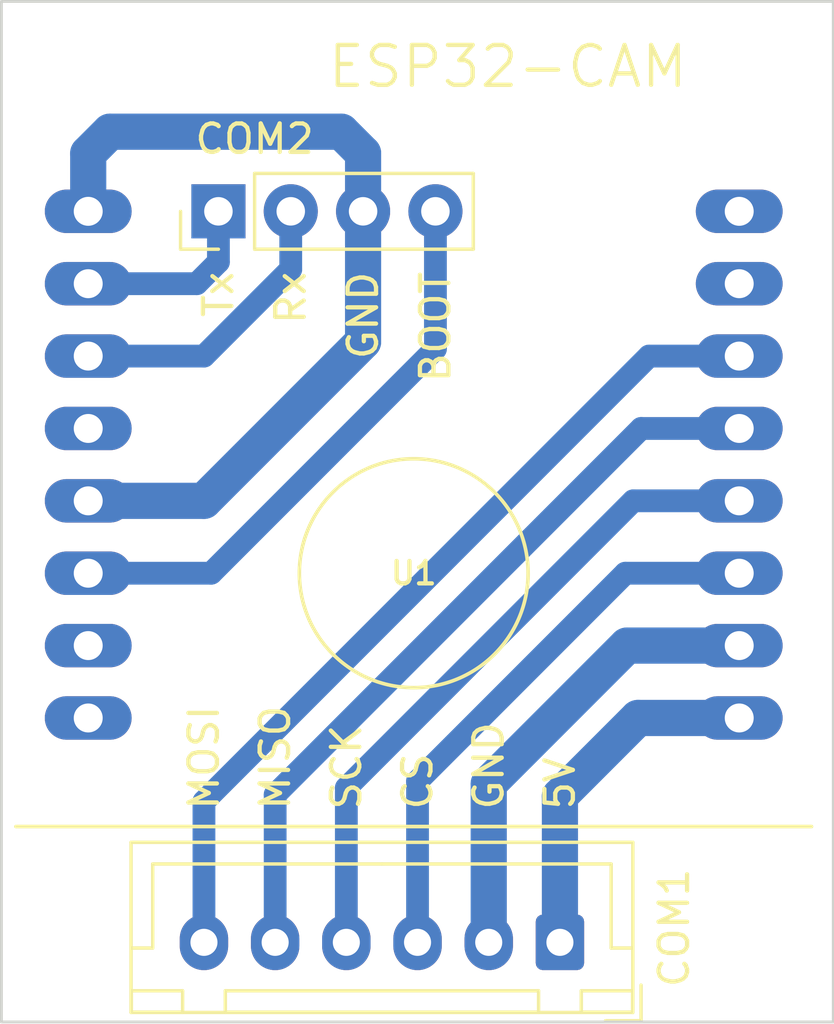
<source format=kicad_pcb>
(kicad_pcb (version 20221018) (generator pcbnew)
  (layers (0 "F.Cu" signal) (31 "B.Cu" signal) (34 "B.Paste" user) (35 "F.Paste" user) (36 "B.SilkS" user "B.Silkscreen") (37 "F.SilkS" user "F.Silkscreen") (38 "B.Mask" user) (39 "F.Mask" user) (44 "Edge.Cuts" user))
  (net 0 "")
  (net 1 "+5V")
  (net 2 "GND")
  (net 3 "CSEL")
  (net 4 "SCLK")
  (net 5 "MISO")
  (net 6 "MOSI")
  (net 7 "RX")
  (net 8 "TX")
  (net 9 "BOOT")
  (footprint "Connector_JST:JST_XH_B6B-XH-A_1x06_P2.50mm_Vertical" (layer "F.Cu") (at 19.612 33.02 180)
    (fp_text reference "COM1" (at -4.01 0.508 90) (layer "F.SilkS"))
    (fp_text value "STM32")
    (fp_line (start -2.85 -2.75) (end -2.85 -1.5) (stroke (width 0.12)) (layer "F.SilkS"))
    (fp_line (start -2.56 -2.46) (end -2.56 3.51) (stroke (width 0.12)) (layer "F.SilkS"))
    (fp_line (start -2.56 3.51) (end 15.06 3.51) (stroke (width 0.12)) (layer "F.SilkS"))
    (fp_line (start -2.55 -2.45) (end -2.55 -1.7) (stroke (width 0.12)) (layer "F.SilkS"))
    (fp_line (start -2.55 -1.7) (end -0.75 -1.7) (stroke (width 0.12)) (layer "F.SilkS"))
    (fp_line (start -2.55 -0.2) (end -1.8 -0.2) (stroke (width 0.12)) (layer "F.SilkS"))
    (fp_line (start -1.8 -0.2) (end -1.8 2.75) (stroke (width 0.12)) (layer "F.SilkS"))
    (fp_line (start -1.8 2.75) (end 6.25 2.75) (stroke (width 0.12)) (layer "F.SilkS"))
    (fp_line (start -1.6 -2.75) (end -2.85 -2.75) (stroke (width 0.12)) (layer "F.SilkS"))
    (fp_line (start -0.75 -2.45) (end -2.55 -2.45) (stroke (width 0.12)) (layer "F.SilkS"))
    (fp_line (start -0.75 -1.7) (end -0.75 -2.45) (stroke (width 0.12)) (layer "F.SilkS"))
    (fp_line (start 0.75 -2.45) (end 0.75 -1.7) (stroke (width 0.12)) (layer "F.SilkS"))
    (fp_line (start 0.75 -1.7) (end 11.75 -1.7) (stroke (width 0.12)) (layer "F.SilkS"))
    (fp_line (start 11.75 -2.45) (end 0.75 -2.45) (stroke (width 0.12)) (layer "F.SilkS"))
    (fp_line (start 11.75 -1.7) (end 11.75 -2.45) (stroke (width 0.12)) (layer "F.SilkS"))
    (fp_line (start 13.25 -2.45) (end 13.25 -1.7) (stroke (width 0.12)) (layer "F.SilkS"))
    (fp_line (start 13.25 -1.7) (end 15.05 -1.7) (stroke (width 0.12)) (layer "F.SilkS"))
    (fp_line (start 14.3 -0.2) (end 14.3 2.75) (stroke (width 0.12)) (layer "F.SilkS"))
    (fp_line (start 14.3 2.75) (end 6.25 2.75) (stroke (width 0.12)) (layer "F.SilkS"))
    (fp_line (start 15.05 -2.45) (end 13.25 -2.45) (stroke (width 0.12)) (layer "F.SilkS"))
    (fp_line (start 15.05 -1.7) (end 15.05 -2.45) (stroke (width 0.12)) (layer "F.SilkS"))
    (fp_line (start 15.05 -0.2) (end 14.3 -0.2) (stroke (width 0.12)) (layer "F.SilkS"))
    (fp_line (start 15.06 -2.46) (end -2.56 -2.46) (stroke (width 0.12)) (layer "F.SilkS"))
    (fp_line (start 15.06 3.51) (end 15.06 -2.46) (stroke (width 0.12)) (layer "F.SilkS"))
    (pad "1" thru_hole roundrect (at 0 0 180) (size 1.7 1.95) (drill 0.95) (layers "*.Cu" "*.Mask") (roundrect_rratio 0.1470588235) (net 1 "+5V"))
    (pad "2" thru_hole oval (at 2.5 0 180) (size 1.7 1.95) (drill 0.95) (layers "*.Cu" "*.Mask") (net 2 "GND"))
    (pad "3" thru_hole oval (at 5 0 180) (size 1.7 1.95) (drill 0.95) (layers "*.Cu" "*.Mask") (net 3 "CSEL"))
    (pad "4" thru_hole oval (at 7.5 0 180) (size 1.7 1.95) (drill 0.95) (layers "*.Cu" "*.Mask") (net 4 "SCLK"))
    (pad "5" thru_hole oval (at 10 0 180) (size 1.7 1.95) (drill 0.95) (layers "*.Cu" "*.Mask") (net 5 "MISO"))
    (pad "6" thru_hole oval (at 12.5 0 180) (size 1.7 1.95) (drill 0.95) (layers "*.Cu" "*.Mask") (net 6 "MOSI"))
  )
  (footprint "" (layer "F.Cu") (at 26.67 2.286)
    (fp_text reference "" (at 0 0) (layer "F.SilkS") (effects (font (size 1.27 1.27))))
    (fp_text value "" (at 0 0) (layer "F.SilkS") (effects (font (size 1.27 1.27))))
    (pad "" np_thru_hole circle (at 0 0) (size 3.2 3.2) (drill 3.2) (layers "F&B.Cu" "*.Mask"))
  )
  (footprint "ESP32-CAM:ESP32-CAM" (layer "F.Cu") (at 14.478 14.986)
    (fp_text reference "U1" (at 0 5.08) (layer "F.SilkS") (effects (font (size 0.787402 0.787402))))
    (fp_text value "ESP32-CAM")
    (fp_text user "ESP32-CAM" (at 3.302 -12.7) (layer "F.SilkS") (effects (font (size 1.4 1.4))))
    (fp_line (start -13.97 13.97) (end 13.97 13.97) (stroke (width 0.127)) (layer "F.SilkS"))
    (fp_circle (center 0 5.08) (end 4.01609 5.08) (stroke (width 0.127)) (fill none) (layer "F.SilkS"))
    (pad "P$1" thru_hole oval (at -11.43 -7.62) (size 3.048 1.524) (drill 1.016) (layers "*.Cu" "*.Mask") (net 2 "GND"))
    (pad "P$2" thru_hole oval (at -11.43 -5.08) (size 3.048 1.524) (drill 1.016) (layers "*.Cu" "*.Mask") (net 8 "TX"))
    (pad "P$3" thru_hole oval (at -11.43 -2.54) (size 3.048 1.524) (drill 1.016) (layers "*.Cu" "*.Mask") (net 7 "RX"))
    (pad "P$4" thru_hole oval (at -11.43 0) (size 3.048 1.524) (drill 1.016) (layers "*.Cu" "*.Mask"))
    (pad "P$5" thru_hole oval (at -11.43 2.54) (size 3.048 1.524) (drill 1.016) (layers "*.Cu" "*.Mask") (net 2 "GND"))
    (pad "P$6" thru_hole oval (at -11.43 5.08) (size 3.048 1.524) (drill 1.016) (layers "*.Cu" "*.Mask") (net 9 "BOOT"))
    (pad "P$7" thru_hole oval (at -11.43 7.62) (size 3.048 1.524) (drill 1.016) (layers "*.Cu" "*.Mask"))
    (pad "P$8" thru_hole oval (at -11.43 10.16) (size 3.048 1.524) (drill 1.016) (layers "*.Cu" "*.Mask"))
    (pad "P$9" thru_hole oval (at 11.43 10.16) (size 3.048 1.524) (drill 1.016) (layers "*.Cu" "*.Mask") (net 1 "+5V"))
    (pad "P$10" thru_hole oval (at 11.43 7.62) (size 3.048 1.524) (drill 1.016) (layers "*.Cu" "*.Mask") (net 2 "GND"))
    (pad "P$11" thru_hole oval (at 11.43 5.08) (size 3.048 1.524) (drill 1.016) (layers "*.Cu" "*.Mask") (net 3 "CSEL"))
    (pad "P$12" thru_hole oval (at 11.43 2.54) (size 3.048 1.524) (drill 1.016) (layers "*.Cu" "*.Mask") (net 4 "SCLK"))
    (pad "P$13" thru_hole oval (at 11.43 0) (size 3.048 1.524) (drill 1.016) (layers "*.Cu" "*.Mask") (net 5 "MISO"))
    (pad "P$14" thru_hole oval (at 11.43 -2.54) (size 3.048 1.524) (drill 1.016) (layers "*.Cu" "*.Mask") (net 6 "MOSI"))
    (pad "P$15" thru_hole oval (at 11.43 -5.08) (size 3.048 1.524) (drill 1.016) (layers "*.Cu" "*.Mask"))
    (pad "P$16" thru_hole oval (at 11.43 -7.62) (size 3.048 1.524) (drill 1.016) (layers "*.Cu" "*.Mask"))
  )
  (footprint "" (layer "F.Cu") (at 2.286 2.286)
    (fp_text reference "" (at 0 0) (layer "F.SilkS") (effects (font (size 1.27 1.27))))
    (fp_text value "" (at 0 0) (layer "F.SilkS") (effects (font (size 1.27 1.27))))
    (pad "" np_thru_hole circle (at 0 0) (size 3.2 3.2) (drill 3.2) (layers "F&B.Cu" "*.Mask"))
  )
  (footprint "" (layer "F.Cu") (at 26.67 32.495)
    (fp_text reference "" (at 0 0) (layer "F.SilkS") (effects (font (size 1.27 1.27))))
    (fp_text value "" (at 0 0) (layer "F.SilkS") (effects (font (size 1.27 1.27))))
    (pad "" np_thru_hole circle (at 0 0) (size 3.2 3.2) (drill 3.2) (layers "F&B.Cu" "*.Mask"))
  )
  (footprint "" (layer "F.Cu") (at 2.286 32.495)
    (fp_text reference "" (at 0 0) (layer "F.SilkS") (effects (font (size 1.27 1.27))))
    (fp_text value "" (at 0 0) (layer "F.SilkS") (effects (font (size 1.27 1.27))))
    (pad "" np_thru_hole circle (at 0 0) (size 3.2 3.2) (drill 3.2) (layers "F&B.Cu" "*.Mask"))
  )
  (footprint "Connector_PinHeader_2.54mm:PinHeader_1x04_P2.54mm_Vertical" (layer "F.Cu") (at 7.62 7.366 90)
    (fp_text reference "COM2" (at 2.54 1.27 180) (layer "F.SilkS"))
    (fp_text value "USB-TTL")
    (fp_line (start -1.33 -1.33) (end 0 -1.33) (stroke (width 0.12)) (layer "F.SilkS"))
    (fp_line (start -1.33 0) (end -1.33 -1.33) (stroke (width 0.12)) (layer "F.SilkS"))
    (fp_line (start -1.33 1.27) (end -1.33 8.95) (stroke (width 0.12)) (layer "F.SilkS"))
    (fp_line (start -1.33 1.27) (end 1.33 1.27) (stroke (width 0.12)) (layer "F.SilkS"))
    (fp_line (start -1.33 8.95) (end 1.33 8.95) (stroke (width 0.12)) (layer "F.SilkS"))
    (fp_line (start 1.33 1.27) (end 1.33 8.95) (stroke (width 0.12)) (layer "F.SilkS"))
    (pad "1" thru_hole rect (at 0 0 90) (size 1.9 1.9) (drill 1) (layers "*.Cu" "*.Mask") (net 8 "TX"))
    (pad "2" thru_hole oval (at 0 2.54 90) (size 1.9 1.9) (drill 1) (layers "*.Cu" "*.Mask") (net 7 "RX"))
    (pad "3" thru_hole oval (at 0 5.08 90) (size 1.9 1.9) (drill 1) (layers "*.Cu" "*.Mask") (net 2 "GND"))
    (pad "4" thru_hole oval (at 0 7.62 90) (size 1.9 1.9) (drill 1) (layers "*.Cu" "*.Mask") (net 9 "BOOT"))
  )
  (gr_rect (start 0 0) (end 29.21 35.814) (stroke (width 0.1)) (fill none) (layer "Edge.Cuts"))
  (gr_text "5V" (at 19.612 28.448 90) (layer "F.SilkS") (effects (font (size 1 1)) (justify left)))
  (gr_text "GND" (at 12.7 9.398 90) (layer "F.SilkS") (effects (font (size 1 1)) (justify right)))
  (gr_text "Tx" (at 7.62 9.398 90) (layer "F.SilkS") (effects (font (size 1 1)) (justify right)))
  (gr_text "MISO" (at 9.612 28.448 90) (layer "F.SilkS") (effects (font (size 1 1)) (justify left)))
  (gr_text "CS" (at 14.612 28.448 90) (layer "F.SilkS") (effects (font (size 1 1)) (justify left)))
  (gr_text "GND" (at 17.112 28.448 90) (layer "F.SilkS") (effects (font (size 1 1)) (justify left)))
  (gr_text "BOOT" (at 15.24 9.398 90) (layer "F.SilkS") (effects (font (size 1 1)) (justify right)))
  (gr_text "Rx" (at 10.16 9.398 90) (layer "F.SilkS") (effects (font (size 1 1)) (justify right)))
  (gr_text "MOSI" (at 7.112 28.448 90) (layer "F.SilkS") (effects (font (size 1 1)) (justify left)))
  (gr_text "SCK" (at 12.112 28.448 90) (layer "F.SilkS") (effects (font (size 1 1)) (justify left)))
  (segment (start 19.612 33.02) (end 19.612 27.886) (width 1.27) (layer "B.Cu") (net 1))
  (segment (start 22.352 25.146) (end 25.908 25.146) (width 1.27) (layer "B.Cu") (net 1))
  (segment (start 19.612 27.886) (end 22.352 25.146) (width 1.27) (layer "B.Cu") (net 1))
  (segment (start 3.048 5.334) (end 3.048 7.366) (width 1.27) (layer "B.Cu") (net 2))
  (segment (start 12.7 7.366) (end 12.7 11.938) (width 1.27) (layer "B.Cu") (net 2))
  (segment (start 12.7 7.366) (end 12.7 5.334) (width 1.27) (layer "B.Cu") (net 2))
  (segment (start 7.112 17.526) (end 3.048 17.526) (width 1.27) (layer "B.Cu") (net 2))
  (segment (start 12.7 5.334) (end 11.938 4.572) (width 1.27) (layer "B.Cu") (net 2))
  (segment (start 11.938 4.572) (end 3.81 4.572) (width 1.27) (layer "B.Cu") (net 2))
  (segment (start 21.964578 22.606) (end 25.908 22.606) (width 1.27) (layer "B.Cu") (net 2))
  (segment (start 3.81 4.572) (end 3.048 5.334) (width 1.27) (layer "B.Cu") (net 2))
  (segment (start 17.112 27.458578) (end 21.964578 22.606) (width 1.27) (layer "B.Cu") (net 2))
  (segment (start 12.7 11.938) (end 7.112 17.526) (width 1.27) (layer "B.Cu") (net 2))
  (segment (start 17.112 33.02) (end 17.112 27.458578) (width 1.27) (layer "B.Cu") (net 2))
  (segment (start 21.909496 20.066) (end 25.908 20.066) (width 0.8) (layer "B.Cu") (net 3))
  (segment (start 14.612 33.02) (end 14.612 27.363496) (width 0.8) (layer "B.Cu") (net 3))
  (segment (start 14.612 27.363496) (end 21.909496 20.066) (width 0.8) (layer "B.Cu") (net 3))
  (segment (start 22.186754 17.526) (end 25.908 17.526) (width 0.8) (layer "B.Cu") (net 4))
  (segment (start 12.112 33.02) (end 12.112 27.600754) (width 0.8) (layer "B.Cu") (net 4))
  (segment (start 12.112 27.600754) (end 22.186754 17.526) (width 0.8) (layer "B.Cu") (net 4))
  (segment (start 9.612 27.838012) (end 22.464012 14.986) (width 0.8) (layer "B.Cu") (net 5))
  (segment (start 9.612 33.02) (end 9.612 27.838012) (width 0.8) (layer "B.Cu") (net 5))
  (segment (start 22.464012 14.986) (end 25.908 14.986) (width 0.8) (layer "B.Cu") (net 5))
  (segment (start 7.112 33.02) (end 7.112 28.07527) (width 0.8) (layer "B.Cu") (net 6))
  (segment (start 7.112 28.07527) (end 22.74127 12.446) (width 0.8) (layer "B.Cu") (net 6))
  (segment (start 22.74127 12.446) (end 25.908 12.446) (width 0.8) (layer "B.Cu") (net 6))
  (segment (start 7.112 12.446) (end 10.16 9.398) (width 0.8) (layer "B.Cu") (net 7))
  (segment (start 3.048 12.446) (end 7.112 12.446) (width 0.8) (layer "B.Cu") (net 7))
  (segment (start 10.16 9.398) (end 10.16 7.366) (width 0.8) (layer "B.Cu") (net 7))
  (segment (start 7.62 9.144) (end 6.858 9.906) (width 0.8) (layer "B.Cu") (net 8))
  (segment (start 7.62 7.366) (end 7.62 9.144) (width 0.8) (layer "B.Cu") (net 8))
  (segment (start 6.858 9.906) (end 3.048 9.906) (width 0.8) (layer "B.Cu") (net 8))
  (segment (start 15.24 7.366) (end 15.24 12.192) (width 0.8) (layer "B.Cu") (net 9))
  (segment (start 7.366 20.066) (end 3.048 20.066) (width 0.8) (layer "B.Cu") (net 9))
  (segment (start 15.24 12.192) (end 7.366 20.066) (width 0.8) (layer "B.Cu") (net 9))
)
</source>
